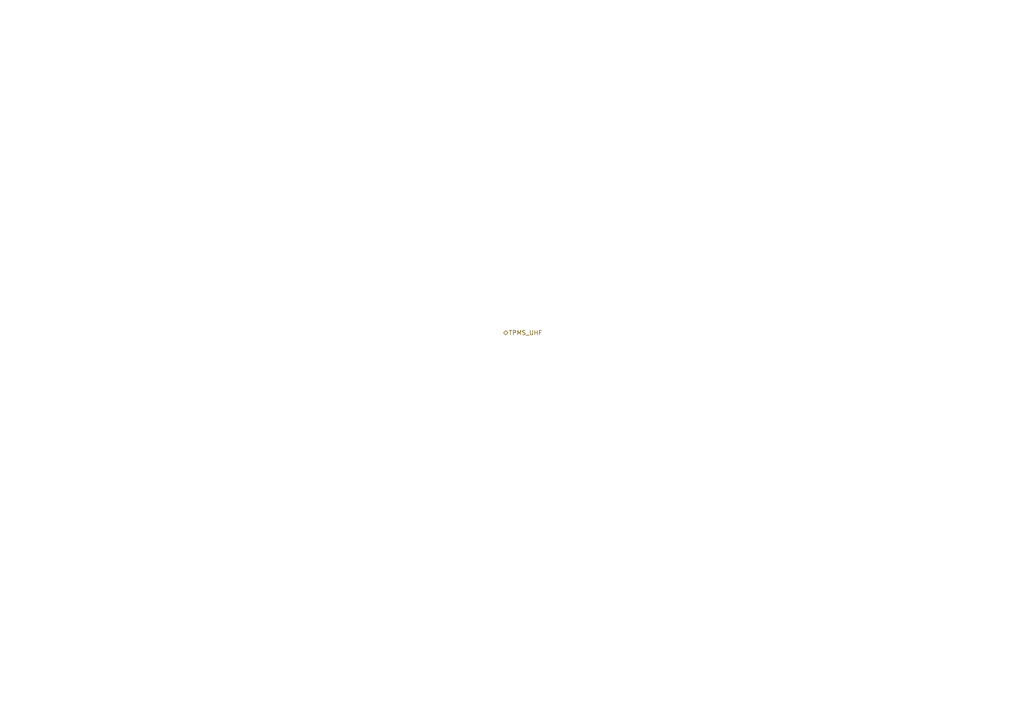
<source format=kicad_sch>
(kicad_sch
	(version 20250114)
	(generator "eeschema")
	(generator_version "9.0")
	(uuid "a75b9d60-efe3-42a6-8800-d99f3a66afe7")
	(paper "A4")
	(lib_symbols)
	(hierarchical_label "TPMS_UHF"
		(shape bidirectional)
		(at 146.05 96.52 0)
		(effects
			(font
				(size 1.27 1.27)
			)
			(justify left)
		)
		(uuid "3b93ec80-97a6-4a13-8dad-822c72e0daa0")
	)
)

</source>
